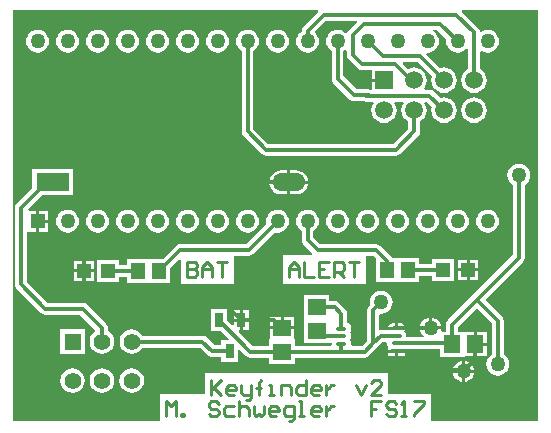
<source format=gtl>
%FSLAX25Y25*%
%MOIN*%
G70*
G01*
G75*
G04 Layer_Physical_Order=1*
G04 Layer_Color=255*
%ADD10R,0.04724X0.05512*%
%ADD11R,0.04724X0.04724*%
%ADD12O,0.03937X0.01181*%
%ADD13R,0.03937X0.01181*%
%ADD14R,0.05906X0.05512*%
%ADD15R,0.02992X0.04724*%
%ADD16R,0.05512X0.05906*%
%ADD17C,0.01300*%
%ADD18C,0.01000*%
%ADD19R,0.05906X0.05906*%
%ADD20C,0.05906*%
%ADD21R,0.11000X0.06000*%
%ADD22O,0.11000X0.06000*%
%ADD23R,0.05000X0.05000*%
%ADD24C,0.05000*%
%ADD25C,0.05512*%
%ADD26R,0.05512X0.05512*%
G36*
X113554Y125850D02*
Y124459D01*
X113705Y123698D01*
X114136Y123053D01*
X117236Y119953D01*
X117881Y119522D01*
X118642Y119370D01*
X122089D01*
Y116459D01*
X126042D01*
Y115459D01*
X122089D01*
Y112850D01*
X121433D01*
X120944Y112947D01*
X116865D01*
X112530Y117282D01*
Y125695D01*
X113054Y126096D01*
X113554Y125850D01*
D02*
G37*
G36*
X177409Y2362D02*
X141605D01*
Y11298D01*
X127448D01*
Y18298D01*
X66200D01*
Y11298D01*
X51200D01*
Y2362D01*
X2409D01*
Y139332D01*
X103896D01*
X104103Y138832D01*
X99136Y133865D01*
X98705Y133220D01*
X98554Y132459D01*
Y132223D01*
X97831Y131669D01*
X97222Y130875D01*
X96839Y129951D01*
X96709Y128959D01*
X96839Y127967D01*
X97222Y127042D01*
X97831Y126249D01*
X98625Y125639D01*
X99550Y125257D01*
X100542Y125126D01*
X101534Y125257D01*
X102458Y125639D01*
X103252Y126249D01*
X103861Y127042D01*
X104244Y127967D01*
X104375Y128959D01*
X104244Y129951D01*
X103861Y130875D01*
X103252Y131669D01*
X103163Y131737D01*
X103130Y132236D01*
X106738Y135843D01*
X116961D01*
X117153Y135381D01*
X114136Y132365D01*
X113769Y131816D01*
X113418Y131716D01*
X113194Y131713D01*
X112458Y132278D01*
X111534Y132661D01*
X110542Y132791D01*
X109550Y132661D01*
X108625Y132278D01*
X107832Y131669D01*
X107222Y130875D01*
X106840Y129951D01*
X106709Y128959D01*
X106840Y127967D01*
X107222Y127042D01*
X107832Y126249D01*
X108554Y125695D01*
Y116459D01*
X108705Y115698D01*
X109136Y115053D01*
X114636Y109553D01*
X115281Y109122D01*
X116042Y108970D01*
X119650D01*
X120139Y108873D01*
X122352D01*
X122573Y108425D01*
X122327Y108103D01*
X121898Y107069D01*
X121752Y105959D01*
X121898Y104849D01*
X122327Y103814D01*
X123009Y102926D01*
X123897Y102244D01*
X124932Y101815D01*
X126042Y101669D01*
X127152Y101815D01*
X128186Y102244D01*
X129075Y102926D01*
X129756Y103814D01*
X130185Y104849D01*
X130331Y105959D01*
X130185Y107069D01*
X129756Y108103D01*
X129510Y108425D01*
X129731Y108873D01*
X132352D01*
X132573Y108425D01*
X132327Y108103D01*
X131898Y107069D01*
X131752Y105959D01*
X131898Y104849D01*
X132327Y103814D01*
X133009Y102926D01*
X133897Y102244D01*
X134054Y102179D01*
Y99782D01*
X129091Y94820D01*
X87492D01*
X82530Y99782D01*
Y125695D01*
X83252Y126249D01*
X83861Y127042D01*
X84244Y127967D01*
X84374Y128959D01*
X84244Y129951D01*
X83861Y130875D01*
X83252Y131669D01*
X82458Y132278D01*
X81534Y132661D01*
X80542Y132791D01*
X79550Y132661D01*
X78625Y132278D01*
X77832Y131669D01*
X77222Y130875D01*
X76840Y129951D01*
X76709Y128959D01*
X76840Y127967D01*
X77222Y127042D01*
X77832Y126249D01*
X78553Y125695D01*
Y98959D01*
X78705Y98198D01*
X79136Y97553D01*
X85263Y91426D01*
X85908Y90995D01*
X86669Y90843D01*
X129915D01*
X130675Y90995D01*
X131320Y91426D01*
X137448Y97553D01*
X137879Y98198D01*
X138030Y98959D01*
Y102179D01*
X138186Y102244D01*
X139075Y102926D01*
X139756Y103814D01*
X140185Y104849D01*
X140331Y105959D01*
X140185Y107069D01*
X139756Y108103D01*
X139510Y108425D01*
X139731Y108873D01*
X140315D01*
X141963Y107225D01*
X141898Y107069D01*
X141752Y105959D01*
X141898Y104849D01*
X142327Y103814D01*
X143009Y102926D01*
X143897Y102244D01*
X144931Y101815D01*
X146042Y101669D01*
X147152Y101815D01*
X148186Y102244D01*
X149075Y102926D01*
X149756Y103814D01*
X150185Y104849D01*
X150331Y105959D01*
X150185Y107069D01*
X149756Y108103D01*
X149075Y108992D01*
X148186Y109674D01*
X147152Y110102D01*
X146042Y110248D01*
X144931Y110102D01*
X144775Y110037D01*
X142545Y112267D01*
X141900Y112698D01*
X141139Y112850D01*
X139647D01*
X139400Y113350D01*
X139756Y113814D01*
X140185Y114848D01*
X140331Y115959D01*
X140185Y117069D01*
X139756Y118103D01*
X139075Y118992D01*
X138186Y119674D01*
X137152Y120102D01*
X136042Y120248D01*
X134932Y120102D01*
X134073Y119746D01*
X132310Y121509D01*
X132502Y121970D01*
X137218D01*
X141963Y117225D01*
X141898Y117069D01*
X141752Y115959D01*
X141898Y114848D01*
X142327Y113814D01*
X143009Y112926D01*
X143897Y112244D01*
X144931Y111815D01*
X146042Y111669D01*
X147152Y111815D01*
X148186Y112244D01*
X149075Y112926D01*
X149756Y113814D01*
X150185Y114848D01*
X150331Y115959D01*
X150185Y117069D01*
X149756Y118103D01*
X149075Y118992D01*
X148186Y119674D01*
X147152Y120102D01*
X146042Y120248D01*
X144931Y120102D01*
X144775Y120037D01*
X140106Y124706D01*
X140328Y125154D01*
X140542Y125126D01*
X141534Y125257D01*
X142458Y125639D01*
X143252Y126249D01*
X143861Y127042D01*
X144244Y127967D01*
X144375Y128959D01*
X144244Y129951D01*
X143861Y130875D01*
X143252Y131669D01*
X142458Y132278D01*
X142300Y132343D01*
X142400Y132843D01*
X143845D01*
X146828Y129861D01*
X146709Y128959D01*
X146839Y127967D01*
X147222Y127042D01*
X147831Y126249D01*
X148625Y125639D01*
X149550Y125257D01*
X150542Y125126D01*
X151534Y125257D01*
X152458Y125639D01*
X153252Y126249D01*
X153553Y126642D01*
X154053Y126472D01*
Y119738D01*
X153897Y119674D01*
X153009Y118992D01*
X152327Y118103D01*
X151898Y117069D01*
X151752Y115959D01*
X151898Y114848D01*
X152327Y113814D01*
X153009Y112926D01*
X153897Y112244D01*
X154931Y111815D01*
X156042Y111669D01*
X157152Y111815D01*
X158186Y112244D01*
X159075Y112926D01*
X159756Y113814D01*
X160185Y114848D01*
X160331Y115959D01*
X160185Y117069D01*
X159756Y118103D01*
X159075Y118992D01*
X158186Y119674D01*
X158030Y119738D01*
Y125531D01*
X158478Y125752D01*
X158625Y125639D01*
X159550Y125257D01*
X160542Y125126D01*
X161534Y125257D01*
X162458Y125639D01*
X163252Y126249D01*
X163861Y127042D01*
X164244Y127967D01*
X164374Y128959D01*
X164244Y129951D01*
X163861Y130875D01*
X163252Y131669D01*
X162458Y132278D01*
X161534Y132661D01*
X160542Y132791D01*
X159550Y132661D01*
X158625Y132278D01*
X158496Y132179D01*
X157945Y132386D01*
X157878Y132720D01*
X157448Y133365D01*
X151980Y138832D01*
X152188Y139332D01*
X177409D01*
Y2362D01*
D02*
G37*
%LPC*%
G36*
X142042Y36923D02*
Y33959D01*
X145006D01*
X144952Y34372D01*
X144599Y35224D01*
X144038Y35955D01*
X143307Y36516D01*
X142455Y36869D01*
X142042Y36923D01*
D02*
G37*
G36*
X77979Y39333D02*
X75983D01*
Y36470D01*
X77979D01*
Y39333D01*
D02*
G37*
G36*
X80975D02*
X78979D01*
Y36470D01*
X80975D01*
Y39333D01*
D02*
G37*
G36*
X91542Y37152D02*
X88089D01*
Y33896D01*
X91542D01*
Y37152D01*
D02*
G37*
G36*
X131599Y34994D02*
X130721D01*
Y33872D01*
X133121D01*
X133097Y33993D01*
X132746Y34519D01*
X132219Y34870D01*
X131599Y34994D01*
D02*
G37*
G36*
X141042Y36923D02*
X140628Y36869D01*
X139777Y36516D01*
X139045Y35955D01*
X138484Y35224D01*
X138132Y34372D01*
X138077Y33959D01*
X141042D01*
Y36923D01*
D02*
G37*
G36*
X95994Y37152D02*
X92542D01*
Y33896D01*
X95994D01*
Y37152D01*
D02*
G37*
G36*
X157405Y52332D02*
X154543D01*
Y49469D01*
X157405D01*
Y52332D01*
D02*
G37*
G36*
X153543D02*
X150681D01*
Y49469D01*
X153543D01*
Y52332D01*
D02*
G37*
G36*
X29270Y55821D02*
X26408D01*
Y52959D01*
X29270D01*
Y55821D01*
D02*
G37*
G36*
X25408D02*
X22546D01*
Y52959D01*
X25408D01*
Y55821D01*
D02*
G37*
G36*
Y51959D02*
X22546D01*
Y49097D01*
X25408D01*
Y51959D01*
D02*
G37*
G36*
X170909Y88164D02*
X169917Y88034D01*
X168993Y87651D01*
X168199Y87042D01*
X167590Y86248D01*
X167207Y85324D01*
X167076Y84332D01*
X167207Y83340D01*
X167590Y82415D01*
X168199Y81621D01*
X168921Y81067D01*
Y57650D01*
X155509Y44238D01*
X147199Y35928D01*
X146768Y35282D01*
X146616Y34522D01*
Y32211D01*
X145292D01*
X144974Y32711D01*
X145006Y32959D01*
X138077D01*
X138132Y32545D01*
X138484Y31694D01*
X139045Y30962D01*
X139333Y30742D01*
X139163Y30242D01*
X133807D01*
X133490Y30629D01*
X133526Y30813D01*
X133380Y31551D01*
X132962Y32176D01*
X132790Y32291D01*
X133097Y32752D01*
X133121Y32872D01*
X126999D01*
X126941Y32801D01*
X124896D01*
X124786Y32779D01*
X124400Y33097D01*
Y37831D01*
X124776Y38161D01*
X125042Y38126D01*
X126034Y38256D01*
X126958Y38639D01*
X127752Y39248D01*
X128361Y40042D01*
X128744Y40967D01*
X128875Y41959D01*
X128744Y42951D01*
X128361Y43875D01*
X127752Y44669D01*
X126958Y45278D01*
X126034Y45661D01*
X125042Y45792D01*
X124050Y45661D01*
X123125Y45278D01*
X122332Y44669D01*
X121722Y43875D01*
X121339Y42951D01*
X121209Y41959D01*
X121328Y41056D01*
X121006Y40735D01*
X120575Y40090D01*
X120424Y39329D01*
Y29152D01*
X118805Y27534D01*
X115448D01*
X115131Y27920D01*
X115168Y28104D01*
X115021Y28842D01*
X114659Y29384D01*
X115021Y29926D01*
X115168Y30663D01*
X115021Y31401D01*
X114659Y31943D01*
X115021Y32485D01*
X115168Y33222D01*
X115021Y33960D01*
X114603Y34585D01*
X113978Y35003D01*
X113851Y35029D01*
Y38138D01*
X113699Y38899D01*
X113268Y39544D01*
X111011Y41802D01*
X110365Y42232D01*
X109605Y42384D01*
X107794D01*
Y44452D01*
X99289D01*
Y36340D01*
Y28466D01*
X107794D01*
Y28466D01*
X108001Y28665D01*
X108282Y28654D01*
X108590Y28270D01*
X108557Y28104D01*
X108594Y27920D01*
X108276Y27534D01*
X96648D01*
X96294Y27887D01*
Y29264D01*
X96294Y29384D01*
Y29578D01*
Y29578D01*
X95994Y29953D01*
Y30078D01*
Y32896D01*
X88089D01*
Y30078D01*
Y29953D01*
X87789Y29578D01*
Y29578D01*
Y29384D01*
X87789Y29264D01*
Y27510D01*
X82271D01*
X77634Y32146D01*
X77825Y32608D01*
X77979D01*
Y35471D01*
X75983D01*
Y34451D01*
X75521Y34260D01*
X73794Y35986D01*
Y39633D01*
X68202D01*
Y32308D01*
X71849D01*
X74299Y29858D01*
X74107Y29397D01*
X71746D01*
Y27722D01*
X69428D01*
X66887Y30264D01*
X66242Y30695D01*
X65481Y30846D01*
X45481D01*
X45457Y30903D01*
X44807Y31751D01*
X43960Y32401D01*
X42973Y32809D01*
X41915Y32949D01*
X40856Y32809D01*
X39869Y32401D01*
X39022Y31751D01*
X38372Y30903D01*
X37963Y29917D01*
X37824Y28858D01*
X37963Y27799D01*
X38372Y26812D01*
X39022Y25965D01*
X39869Y25315D01*
X40856Y24906D01*
X41915Y24767D01*
X42973Y24906D01*
X43960Y25315D01*
X44807Y25965D01*
X45457Y26812D01*
X45481Y26870D01*
X64657D01*
X67199Y24328D01*
X67844Y23897D01*
X68605Y23746D01*
X71746D01*
Y22072D01*
X77338D01*
Y26166D01*
X77800Y26357D01*
X80041Y24116D01*
X80686Y23685D01*
X81447Y23534D01*
X87789D01*
Y21466D01*
X96294D01*
Y23557D01*
X119628D01*
X120389Y23708D01*
X121034Y24139D01*
X123818Y26923D01*
X125720Y28825D01*
X126635D01*
X126952Y28438D01*
X126915Y28254D01*
X127062Y27516D01*
X127252Y27231D01*
Y26195D01*
X133189D01*
Y26266D01*
X144549D01*
Y23706D01*
X152347D01*
X152467Y23706D01*
X152661D01*
X152661D01*
X153036Y24006D01*
X153161D01*
X155979D01*
Y27959D01*
Y31911D01*
X153161D01*
X153036D01*
X152661Y32212D01*
X152661D01*
X152467D01*
X152347Y32211D01*
X150593D01*
Y33698D01*
X156915Y40020D01*
X161921Y35014D01*
Y24596D01*
X161199Y24042D01*
X160590Y23248D01*
X160207Y22324D01*
X160076Y21332D01*
X160207Y20340D01*
X160590Y19415D01*
X161199Y18621D01*
X161993Y18012D01*
X162917Y17629D01*
X163909Y17499D01*
X164901Y17629D01*
X165825Y18012D01*
X166619Y18621D01*
X167228Y19415D01*
X167611Y20340D01*
X167742Y21332D01*
X167611Y22324D01*
X167228Y23248D01*
X166619Y24042D01*
X165897Y24596D01*
Y35837D01*
X165746Y36598D01*
X165315Y37243D01*
X159726Y42832D01*
X172315Y55420D01*
X172746Y56065D01*
X172897Y56826D01*
Y81067D01*
X173619Y81621D01*
X174228Y82415D01*
X174611Y83340D01*
X174742Y84332D01*
X174611Y85324D01*
X174228Y86248D01*
X173619Y87042D01*
X172825Y87651D01*
X171901Y88034D01*
X170909Y88164D01*
D02*
G37*
G36*
X100542Y72791D02*
X99550Y72661D01*
X98625Y72278D01*
X97831Y71669D01*
X97222Y70875D01*
X96839Y69951D01*
X96709Y68959D01*
X96839Y67967D01*
X97222Y67042D01*
X97831Y66249D01*
X98554Y65694D01*
Y62699D01*
X98705Y61938D01*
X99136Y61293D01*
X102130Y58298D01*
X101923Y57798D01*
X92200D01*
Y48200D01*
X120126D01*
Y57343D01*
X122585D01*
X123203Y56725D01*
Y48776D01*
X137615D01*
Y50843D01*
X142113D01*
Y49169D01*
X149437D01*
Y56494D01*
X142113D01*
Y54820D01*
X137615D01*
Y56888D01*
X128534D01*
X128271Y57281D01*
X124815Y60738D01*
X124170Y61168D01*
X123409Y61320D01*
X104733D01*
X102530Y63522D01*
Y65694D01*
X103252Y66249D01*
X103861Y67042D01*
X104244Y67967D01*
X104375Y68959D01*
X104244Y69951D01*
X103861Y70875D01*
X103252Y71669D01*
X102458Y72278D01*
X101534Y72661D01*
X100542Y72791D01*
D02*
G37*
G36*
X29270Y51959D02*
X26408D01*
Y49097D01*
X29270D01*
Y51959D01*
D02*
G37*
G36*
X156006Y18459D02*
X153042D01*
Y15494D01*
X153455Y15549D01*
X154307Y15901D01*
X155038Y16463D01*
X155599Y17194D01*
X155952Y18045D01*
X156006Y18459D01*
D02*
G37*
G36*
X152042Y22423D02*
X151628Y22369D01*
X150777Y22016D01*
X150045Y21455D01*
X149484Y20724D01*
X149132Y19872D01*
X149077Y19459D01*
X152042D01*
Y22423D01*
D02*
G37*
G36*
X153042D02*
Y19459D01*
X156006D01*
X155952Y19872D01*
X155599Y20724D01*
X155038Y21455D01*
X154307Y22016D01*
X153455Y22369D01*
X153042Y22423D01*
D02*
G37*
G36*
X152042Y18459D02*
X149077D01*
X149132Y18045D01*
X149484Y17194D01*
X150045Y16463D01*
X150777Y15901D01*
X151628Y15549D01*
X152042Y15494D01*
Y18459D01*
D02*
G37*
G36*
X22229Y19957D02*
X21171Y19817D01*
X20184Y19409D01*
X19337Y18759D01*
X18687Y17911D01*
X18278Y16925D01*
X18138Y15866D01*
X18278Y14807D01*
X18687Y13821D01*
X19337Y12973D01*
X20184Y12323D01*
X21171Y11914D01*
X22229Y11775D01*
X23288Y11914D01*
X24275Y12323D01*
X25122Y12973D01*
X25772Y13821D01*
X26181Y14807D01*
X26320Y15866D01*
X26181Y16925D01*
X25772Y17911D01*
X25122Y18759D01*
X24275Y19409D01*
X23288Y19817D01*
X22229Y19957D01*
D02*
G37*
G36*
X32072D02*
X31013Y19817D01*
X30027Y19409D01*
X29179Y18759D01*
X28529Y17911D01*
X28120Y16925D01*
X27981Y15866D01*
X28120Y14807D01*
X28529Y13821D01*
X29179Y12973D01*
X30027Y12323D01*
X31013Y11914D01*
X32072Y11775D01*
X33131Y11914D01*
X34117Y12323D01*
X34965Y12973D01*
X35615Y13821D01*
X36024Y14807D01*
X36163Y15866D01*
X36024Y16925D01*
X35615Y17911D01*
X34965Y18759D01*
X34117Y19409D01*
X33131Y19817D01*
X32072Y19957D01*
D02*
G37*
G36*
X41915D02*
X40856Y19817D01*
X39869Y19409D01*
X39022Y18759D01*
X38372Y17911D01*
X37963Y16925D01*
X37824Y15866D01*
X37963Y14807D01*
X38372Y13821D01*
X39022Y12973D01*
X39869Y12323D01*
X40856Y11914D01*
X41915Y11775D01*
X42973Y11914D01*
X43960Y12323D01*
X44807Y12973D01*
X45457Y13821D01*
X45866Y14807D01*
X46005Y15866D01*
X45866Y16925D01*
X45457Y17911D01*
X44807Y18759D01*
X43960Y19409D01*
X42973Y19817D01*
X41915Y19957D01*
D02*
G37*
G36*
X160235Y27459D02*
X156979D01*
Y24006D01*
X160235D01*
Y27459D01*
D02*
G37*
G36*
X156979Y31911D02*
Y28459D01*
X160235D01*
Y31911D01*
X156979D01*
D02*
G37*
G36*
X80975Y35471D02*
X78979D01*
Y32608D01*
X80975D01*
Y35471D01*
D02*
G37*
G36*
X129721Y34994D02*
X128843D01*
X128222Y34870D01*
X127696Y34519D01*
X127345Y33993D01*
X127321Y33872D01*
X129721D01*
Y34994D01*
D02*
G37*
G36*
X26285Y32914D02*
X18173D01*
Y24802D01*
X26285D01*
Y32914D01*
D02*
G37*
G36*
X129721Y25195D02*
X127252D01*
Y24104D01*
X129721D01*
Y25195D01*
D02*
G37*
G36*
X133189D02*
X130721D01*
Y24104D01*
X133189D01*
Y25195D01*
D02*
G37*
G36*
X22342Y86259D02*
X8742D01*
Y79976D01*
X3503Y74738D01*
X3072Y74092D01*
X2921Y73332D01*
Y48025D01*
X3072Y47264D01*
X3503Y46619D01*
X11666Y38456D01*
X12311Y38025D01*
X13072Y37874D01*
X24748D01*
X29797Y32825D01*
X29803Y32815D01*
X29740Y32181D01*
X29179Y31751D01*
X28529Y30903D01*
X28120Y29917D01*
X27981Y28858D01*
X28120Y27799D01*
X28529Y26812D01*
X29179Y25965D01*
X30027Y25315D01*
X31013Y24906D01*
X32072Y24767D01*
X33131Y24906D01*
X34117Y25315D01*
X34965Y25965D01*
X35615Y26812D01*
X36024Y27799D01*
X36163Y28858D01*
X36024Y29917D01*
X35615Y30903D01*
X34965Y31751D01*
X34117Y32401D01*
X34060Y32425D01*
Y33362D01*
X33909Y34123D01*
X33478Y34768D01*
X26978Y41268D01*
X26333Y41699D01*
X25572Y41850D01*
X13895D01*
X6897Y48849D01*
Y65018D01*
X7042Y65459D01*
X7397Y65459D01*
X10042D01*
Y68959D01*
Y72459D01*
X7555D01*
X7348Y72959D01*
X12048Y77659D01*
X22342D01*
Y86259D01*
D02*
G37*
G36*
X153543Y56194D02*
X150681D01*
Y53332D01*
X153543D01*
Y56194D01*
D02*
G37*
G36*
X93782Y85993D02*
X91782D01*
X90738Y85856D01*
X89765Y85453D01*
X88929Y84812D01*
X88288Y83976D01*
X87885Y83003D01*
X87813Y82459D01*
X93782D01*
Y85993D01*
D02*
G37*
G36*
X96782D02*
X94782D01*
Y82459D01*
X100751D01*
X100679Y83003D01*
X100276Y83976D01*
X99635Y84812D01*
X98799Y85453D01*
X97826Y85856D01*
X96782Y85993D01*
D02*
G37*
G36*
X156042Y110248D02*
X154931Y110102D01*
X153897Y109674D01*
X153009Y108992D01*
X152327Y108103D01*
X151898Y107069D01*
X151752Y105959D01*
X151898Y104849D01*
X152327Y103814D01*
X153009Y102926D01*
X153897Y102244D01*
X154931Y101815D01*
X156042Y101669D01*
X157152Y101815D01*
X158186Y102244D01*
X159075Y102926D01*
X159756Y103814D01*
X160185Y104849D01*
X160331Y105959D01*
X160185Y107069D01*
X159756Y108103D01*
X159075Y108992D01*
X158186Y109674D01*
X157152Y110102D01*
X156042Y110248D01*
D02*
G37*
G36*
X100751Y81459D02*
X94782D01*
Y77924D01*
X96782D01*
X97826Y78062D01*
X98799Y78465D01*
X99635Y79106D01*
X100276Y79941D01*
X100679Y80914D01*
X100751Y81459D01*
D02*
G37*
G36*
X14042Y68459D02*
X11042D01*
Y65459D01*
X14042D01*
Y68459D01*
D02*
G37*
G36*
Y72459D02*
X11042D01*
Y69459D01*
X14042D01*
Y72459D01*
D02*
G37*
G36*
X93782Y81459D02*
X87813D01*
X87885Y80914D01*
X88288Y79941D01*
X88929Y79106D01*
X89765Y78465D01*
X90738Y78062D01*
X91782Y77924D01*
X93782D01*
Y81459D01*
D02*
G37*
G36*
X10542Y132791D02*
X9550Y132661D01*
X8625Y132278D01*
X7831Y131669D01*
X7222Y130875D01*
X6840Y129951D01*
X6709Y128959D01*
X6840Y127967D01*
X7222Y127042D01*
X7831Y126249D01*
X8625Y125639D01*
X9550Y125257D01*
X10542Y125126D01*
X11534Y125257D01*
X12458Y125639D01*
X13252Y126249D01*
X13861Y127042D01*
X14244Y127967D01*
X14374Y128959D01*
X14244Y129951D01*
X13861Y130875D01*
X13252Y131669D01*
X12458Y132278D01*
X11534Y132661D01*
X10542Y132791D01*
D02*
G37*
G36*
X60542D02*
X59550Y132661D01*
X58625Y132278D01*
X57832Y131669D01*
X57222Y130875D01*
X56840Y129951D01*
X56709Y128959D01*
X56840Y127967D01*
X57222Y127042D01*
X57832Y126249D01*
X58625Y125639D01*
X59550Y125257D01*
X60542Y125126D01*
X61534Y125257D01*
X62458Y125639D01*
X63252Y126249D01*
X63861Y127042D01*
X64244Y127967D01*
X64375Y128959D01*
X64244Y129951D01*
X63861Y130875D01*
X63252Y131669D01*
X62458Y132278D01*
X61534Y132661D01*
X60542Y132791D01*
D02*
G37*
G36*
X70542D02*
X69550Y132661D01*
X68625Y132278D01*
X67831Y131669D01*
X67222Y130875D01*
X66839Y129951D01*
X66709Y128959D01*
X66839Y127967D01*
X67222Y127042D01*
X67831Y126249D01*
X68625Y125639D01*
X69550Y125257D01*
X70542Y125126D01*
X71534Y125257D01*
X72458Y125639D01*
X73252Y126249D01*
X73861Y127042D01*
X74244Y127967D01*
X74375Y128959D01*
X74244Y129951D01*
X73861Y130875D01*
X73252Y131669D01*
X72458Y132278D01*
X71534Y132661D01*
X70542Y132791D01*
D02*
G37*
G36*
X90542D02*
X89550Y132661D01*
X88625Y132278D01*
X87831Y131669D01*
X87222Y130875D01*
X86839Y129951D01*
X86709Y128959D01*
X86839Y127967D01*
X87222Y127042D01*
X87831Y126249D01*
X88625Y125639D01*
X89550Y125257D01*
X90542Y125126D01*
X91534Y125257D01*
X92458Y125639D01*
X93252Y126249D01*
X93861Y127042D01*
X94244Y127967D01*
X94375Y128959D01*
X94244Y129951D01*
X93861Y130875D01*
X93252Y131669D01*
X92458Y132278D01*
X91534Y132661D01*
X90542Y132791D01*
D02*
G37*
G36*
X50542D02*
X49550Y132661D01*
X48625Y132278D01*
X47831Y131669D01*
X47222Y130875D01*
X46839Y129951D01*
X46709Y128959D01*
X46839Y127967D01*
X47222Y127042D01*
X47831Y126249D01*
X48625Y125639D01*
X49550Y125257D01*
X50542Y125126D01*
X51534Y125257D01*
X52458Y125639D01*
X53252Y126249D01*
X53861Y127042D01*
X54244Y127967D01*
X54374Y128959D01*
X54244Y129951D01*
X53861Y130875D01*
X53252Y131669D01*
X52458Y132278D01*
X51534Y132661D01*
X50542Y132791D01*
D02*
G37*
G36*
X20542D02*
X19550Y132661D01*
X18625Y132278D01*
X17831Y131669D01*
X17222Y130875D01*
X16839Y129951D01*
X16709Y128959D01*
X16839Y127967D01*
X17222Y127042D01*
X17831Y126249D01*
X18625Y125639D01*
X19550Y125257D01*
X20542Y125126D01*
X21534Y125257D01*
X22458Y125639D01*
X23252Y126249D01*
X23861Y127042D01*
X24244Y127967D01*
X24374Y128959D01*
X24244Y129951D01*
X23861Y130875D01*
X23252Y131669D01*
X22458Y132278D01*
X21534Y132661D01*
X20542Y132791D01*
D02*
G37*
G36*
X30542D02*
X29550Y132661D01*
X28625Y132278D01*
X27832Y131669D01*
X27222Y130875D01*
X26840Y129951D01*
X26709Y128959D01*
X26840Y127967D01*
X27222Y127042D01*
X27832Y126249D01*
X28625Y125639D01*
X29550Y125257D01*
X30542Y125126D01*
X31534Y125257D01*
X32458Y125639D01*
X33252Y126249D01*
X33861Y127042D01*
X34244Y127967D01*
X34374Y128959D01*
X34244Y129951D01*
X33861Y130875D01*
X33252Y131669D01*
X32458Y132278D01*
X31534Y132661D01*
X30542Y132791D01*
D02*
G37*
G36*
X40542D02*
X39550Y132661D01*
X38625Y132278D01*
X37832Y131669D01*
X37222Y130875D01*
X36840Y129951D01*
X36709Y128959D01*
X36840Y127967D01*
X37222Y127042D01*
X37832Y126249D01*
X38625Y125639D01*
X39550Y125257D01*
X40542Y125126D01*
X41534Y125257D01*
X42458Y125639D01*
X43252Y126249D01*
X43861Y127042D01*
X44244Y127967D01*
X44374Y128959D01*
X44244Y129951D01*
X43861Y130875D01*
X43252Y131669D01*
X42458Y132278D01*
X41534Y132661D01*
X40542Y132791D01*
D02*
G37*
G36*
X50542Y72791D02*
X49550Y72661D01*
X48625Y72278D01*
X47831Y71669D01*
X47222Y70875D01*
X46839Y69951D01*
X46709Y68959D01*
X46839Y67967D01*
X47222Y67042D01*
X47831Y66249D01*
X48625Y65639D01*
X49550Y65257D01*
X50542Y65126D01*
X51534Y65257D01*
X52458Y65639D01*
X53252Y66249D01*
X53861Y67042D01*
X54244Y67967D01*
X54374Y68959D01*
X54244Y69951D01*
X53861Y70875D01*
X53252Y71669D01*
X52458Y72278D01*
X51534Y72661D01*
X50542Y72791D01*
D02*
G37*
G36*
X60542D02*
X59550Y72661D01*
X58625Y72278D01*
X57832Y71669D01*
X57222Y70875D01*
X56840Y69951D01*
X56709Y68959D01*
X56840Y67967D01*
X57222Y67042D01*
X57832Y66249D01*
X58625Y65639D01*
X59550Y65257D01*
X60542Y65126D01*
X61534Y65257D01*
X62458Y65639D01*
X63252Y66249D01*
X63861Y67042D01*
X64244Y67967D01*
X64375Y68959D01*
X64244Y69951D01*
X63861Y70875D01*
X63252Y71669D01*
X62458Y72278D01*
X61534Y72661D01*
X60542Y72791D01*
D02*
G37*
G36*
X70542D02*
X69550Y72661D01*
X68625Y72278D01*
X67831Y71669D01*
X67222Y70875D01*
X66839Y69951D01*
X66709Y68959D01*
X66839Y67967D01*
X67222Y67042D01*
X67831Y66249D01*
X68625Y65639D01*
X69550Y65257D01*
X70542Y65126D01*
X71534Y65257D01*
X72458Y65639D01*
X73252Y66249D01*
X73861Y67042D01*
X74244Y67967D01*
X74375Y68959D01*
X74244Y69951D01*
X73861Y70875D01*
X73252Y71669D01*
X72458Y72278D01*
X71534Y72661D01*
X70542Y72791D01*
D02*
G37*
G36*
X40542D02*
X39550Y72661D01*
X38625Y72278D01*
X37832Y71669D01*
X37222Y70875D01*
X36840Y69951D01*
X36709Y68959D01*
X36840Y67967D01*
X37222Y67042D01*
X37832Y66249D01*
X38625Y65639D01*
X39550Y65257D01*
X40542Y65126D01*
X41534Y65257D01*
X42458Y65639D01*
X43252Y66249D01*
X43861Y67042D01*
X44244Y67967D01*
X44374Y68959D01*
X44244Y69951D01*
X43861Y70875D01*
X43252Y71669D01*
X42458Y72278D01*
X41534Y72661D01*
X40542Y72791D01*
D02*
G37*
G36*
X157405Y56194D02*
X154543D01*
Y53332D01*
X157405D01*
Y56194D01*
D02*
G37*
G36*
X20542Y72791D02*
X19550Y72661D01*
X18625Y72278D01*
X17831Y71669D01*
X17222Y70875D01*
X16839Y69951D01*
X16709Y68959D01*
X16839Y67967D01*
X17222Y67042D01*
X17831Y66249D01*
X18625Y65639D01*
X19550Y65257D01*
X20542Y65126D01*
X21534Y65257D01*
X22458Y65639D01*
X23252Y66249D01*
X23861Y67042D01*
X24244Y67967D01*
X24374Y68959D01*
X24244Y69951D01*
X23861Y70875D01*
X23252Y71669D01*
X22458Y72278D01*
X21534Y72661D01*
X20542Y72791D01*
D02*
G37*
G36*
X30542D02*
X29550Y72661D01*
X28625Y72278D01*
X27832Y71669D01*
X27222Y70875D01*
X26840Y69951D01*
X26709Y68959D01*
X26840Y67967D01*
X27222Y67042D01*
X27832Y66249D01*
X28625Y65639D01*
X29550Y65257D01*
X30542Y65126D01*
X31534Y65257D01*
X32458Y65639D01*
X33252Y66249D01*
X33861Y67042D01*
X34244Y67967D01*
X34374Y68959D01*
X34244Y69951D01*
X33861Y70875D01*
X33252Y71669D01*
X32458Y72278D01*
X31534Y72661D01*
X30542Y72791D01*
D02*
G37*
G36*
X80542D02*
X79550Y72661D01*
X78625Y72278D01*
X77832Y71669D01*
X77222Y70875D01*
X76840Y69951D01*
X76709Y68959D01*
X76840Y67967D01*
X77222Y67042D01*
X77832Y66249D01*
X78625Y65639D01*
X79550Y65257D01*
X80542Y65126D01*
X81534Y65257D01*
X82458Y65639D01*
X83252Y66249D01*
X83861Y67042D01*
X84244Y67967D01*
X84374Y68959D01*
X84244Y69951D01*
X83861Y70875D01*
X83252Y71669D01*
X82458Y72278D01*
X81534Y72661D01*
X80542Y72791D01*
D02*
G37*
G36*
X140542D02*
X139550Y72661D01*
X138625Y72278D01*
X137831Y71669D01*
X137222Y70875D01*
X136839Y69951D01*
X136709Y68959D01*
X136839Y67967D01*
X137222Y67042D01*
X137831Y66249D01*
X138625Y65639D01*
X139550Y65257D01*
X140542Y65126D01*
X141534Y65257D01*
X142458Y65639D01*
X143252Y66249D01*
X143861Y67042D01*
X144244Y67967D01*
X144375Y68959D01*
X144244Y69951D01*
X143861Y70875D01*
X143252Y71669D01*
X142458Y72278D01*
X141534Y72661D01*
X140542Y72791D01*
D02*
G37*
G36*
X150542D02*
X149550Y72661D01*
X148625Y72278D01*
X147831Y71669D01*
X147222Y70875D01*
X146839Y69951D01*
X146709Y68959D01*
X146839Y67967D01*
X147222Y67042D01*
X147831Y66249D01*
X148625Y65639D01*
X149550Y65257D01*
X150542Y65126D01*
X151534Y65257D01*
X152458Y65639D01*
X153252Y66249D01*
X153861Y67042D01*
X154244Y67967D01*
X154375Y68959D01*
X154244Y69951D01*
X153861Y70875D01*
X153252Y71669D01*
X152458Y72278D01*
X151534Y72661D01*
X150542Y72791D01*
D02*
G37*
G36*
X160542D02*
X159550Y72661D01*
X158625Y72278D01*
X157832Y71669D01*
X157222Y70875D01*
X156840Y69951D01*
X156709Y68959D01*
X156840Y67967D01*
X157222Y67042D01*
X157832Y66249D01*
X158625Y65639D01*
X159550Y65257D01*
X160542Y65126D01*
X161534Y65257D01*
X162458Y65639D01*
X163252Y66249D01*
X163861Y67042D01*
X164244Y67967D01*
X164374Y68959D01*
X164244Y69951D01*
X163861Y70875D01*
X163252Y71669D01*
X162458Y72278D01*
X161534Y72661D01*
X160542Y72791D01*
D02*
G37*
G36*
X130542D02*
X129550Y72661D01*
X128625Y72278D01*
X127831Y71669D01*
X127222Y70875D01*
X126839Y69951D01*
X126709Y68959D01*
X126839Y67967D01*
X127222Y67042D01*
X127831Y66249D01*
X128625Y65639D01*
X129550Y65257D01*
X130542Y65126D01*
X131534Y65257D01*
X132458Y65639D01*
X133252Y66249D01*
X133861Y67042D01*
X134244Y67967D01*
X134374Y68959D01*
X134244Y69951D01*
X133861Y70875D01*
X133252Y71669D01*
X132458Y72278D01*
X131534Y72661D01*
X130542Y72791D01*
D02*
G37*
G36*
X90542D02*
X89550Y72661D01*
X88625Y72278D01*
X87831Y71669D01*
X87222Y70875D01*
X86839Y69951D01*
X86709Y68959D01*
X86828Y68056D01*
X80218Y61447D01*
X58085D01*
X57324Y61296D01*
X56679Y60865D01*
X52329Y56515D01*
X40336D01*
Y54447D01*
X37838D01*
Y56121D01*
X30513D01*
Y48796D01*
X37838D01*
Y50471D01*
X40336D01*
Y48403D01*
X54747D01*
Y53309D01*
X57738Y56300D01*
X58200Y56109D01*
Y48200D01*
X76129D01*
Y57471D01*
X81042D01*
X81802Y57622D01*
X82447Y58053D01*
X89639Y65245D01*
X90542Y65126D01*
X91534Y65257D01*
X92458Y65639D01*
X93252Y66249D01*
X93861Y67042D01*
X94244Y67967D01*
X94375Y68959D01*
X94244Y69951D01*
X93861Y70875D01*
X93252Y71669D01*
X92458Y72278D01*
X91534Y72661D01*
X90542Y72791D01*
D02*
G37*
G36*
X110542D02*
X109550Y72661D01*
X108625Y72278D01*
X107832Y71669D01*
X107222Y70875D01*
X106840Y69951D01*
X106709Y68959D01*
X106840Y67967D01*
X107222Y67042D01*
X107832Y66249D01*
X108625Y65639D01*
X109550Y65257D01*
X110542Y65126D01*
X111534Y65257D01*
X112458Y65639D01*
X113252Y66249D01*
X113861Y67042D01*
X114244Y67967D01*
X114374Y68959D01*
X114244Y69951D01*
X113861Y70875D01*
X113252Y71669D01*
X112458Y72278D01*
X111534Y72661D01*
X110542Y72791D01*
D02*
G37*
G36*
X120542D02*
X119550Y72661D01*
X118625Y72278D01*
X117832Y71669D01*
X117222Y70875D01*
X116840Y69951D01*
X116709Y68959D01*
X116840Y67967D01*
X117222Y67042D01*
X117832Y66249D01*
X118625Y65639D01*
X119550Y65257D01*
X120542Y65126D01*
X121534Y65257D01*
X122458Y65639D01*
X123252Y66249D01*
X123861Y67042D01*
X124244Y67967D01*
X124374Y68959D01*
X124244Y69951D01*
X123861Y70875D01*
X123252Y71669D01*
X122458Y72278D01*
X121534Y72661D01*
X120542Y72791D01*
D02*
G37*
%LPD*%
D10*
X51085Y52459D02*
D03*
X43998D02*
D03*
X126866Y52832D02*
D03*
X133952D02*
D03*
D11*
X34176Y52459D02*
D03*
X25908D02*
D03*
X145775Y52832D02*
D03*
X154043D02*
D03*
D12*
X111863Y25545D02*
D03*
Y28104D02*
D03*
Y30663D02*
D03*
Y33222D02*
D03*
X130221Y33372D02*
D03*
Y30813D02*
D03*
Y28254D02*
D03*
D13*
Y25695D02*
D03*
D14*
X103542Y32522D02*
D03*
Y40396D02*
D03*
X92042Y25522D02*
D03*
Y33396D02*
D03*
D15*
X78479Y35971D02*
D03*
X70998D02*
D03*
X74542Y25734D02*
D03*
D16*
X148605Y27959D02*
D03*
X156479D02*
D03*
D17*
X29459Y45041D02*
X69408D01*
X37209Y24725D02*
Y44405D01*
X65481Y28858D02*
X68605Y25734D01*
X41915Y28858D02*
X65481D01*
X32072D02*
Y33362D01*
X25572Y39862D02*
X32072Y33362D01*
X13072Y39862D02*
X25572D01*
X4909Y48025D02*
X13072Y39862D01*
X4909Y48025D02*
Y73332D01*
X54677Y19257D02*
X141244D01*
X37209Y24725D02*
X40572Y21362D01*
X52572D01*
X54677Y19257D01*
X129915Y92832D02*
X136042Y98959D01*
X86669Y92832D02*
X129915D01*
X170909Y56826D02*
Y84332D01*
X156915Y42832D02*
X170909Y56826D01*
X80542Y98959D02*
X86669Y92832D01*
X163909Y21332D02*
Y35837D01*
X148605Y34522D02*
X156915Y42832D01*
X163909Y35837D01*
X152542Y18959D02*
X156479Y22896D01*
X118642Y121359D02*
X129648D01*
X115542Y124459D02*
X118642Y121359D01*
X115542Y124459D02*
Y130959D01*
X129648Y121359D02*
X135048Y115959D01*
X136042D01*
X120542Y128959D02*
X125542Y123959D01*
X138042D01*
X146042Y115959D01*
X100542Y128959D02*
Y132459D01*
X156042Y115959D02*
Y131959D01*
X141139Y110861D02*
X146042Y105959D01*
X120139Y110861D02*
X141139D01*
X146042Y105959D02*
Y105961D01*
X116042Y110959D02*
X120944D01*
X110542Y116459D02*
X116042Y110959D01*
X110542Y116459D02*
Y128959D01*
X80542Y98959D02*
Y128959D01*
X136042Y98959D02*
Y105959D01*
X134806Y25695D02*
X141244Y19257D01*
X152244D01*
X130221Y25695D02*
X134806D01*
X130221Y33372D02*
X141955D01*
X156479Y22896D02*
Y27959D01*
X141955Y33372D02*
X142042Y33459D01*
X130221Y28254D02*
X148310D01*
X25908Y48592D02*
Y52459D01*
Y48592D02*
X29459Y45041D01*
X25908Y52459D02*
Y54459D01*
X34176Y52459D02*
X43998D01*
X25908Y54459D02*
X26092Y54275D01*
Y70802D01*
X37248Y81959D01*
X94282D01*
X111863Y25545D02*
X119628D01*
X111863D02*
Y28104D01*
X103542Y40396D02*
X109605D01*
X111863Y38138D01*
Y33222D02*
Y38138D01*
X103542Y32522D02*
X105400Y30663D01*
X111863D01*
X92065Y25545D02*
X111863D01*
X89467Y35971D02*
X92042Y33396D01*
X78479Y35971D02*
X89467D01*
X69408Y45041D02*
X78479Y35971D01*
X68605Y25734D02*
X74542D01*
X70998Y35971D02*
X81447Y25522D01*
X92042D01*
X51085Y52459D02*
X58085Y59459D01*
X81042D01*
X90542Y68959D01*
X148605Y27959D02*
Y34522D01*
X100542Y132459D02*
X105915Y137832D01*
X150169D01*
X156042Y131959D01*
X115542Y130959D02*
X119415Y134832D01*
X144669D01*
X150542Y128959D01*
X122412Y39329D02*
X125042Y41959D01*
X124896Y30813D02*
X130221D01*
X122412Y28329D02*
Y39329D01*
X119628Y25545D02*
X122412Y28329D01*
X124896Y30813D01*
X100542Y62699D02*
Y68959D01*
Y62699D02*
X103909Y59332D01*
X123409D01*
X126866Y55875D01*
Y52832D02*
Y55875D01*
X133952Y52832D02*
X145775D01*
X4909Y73332D02*
X13536Y81959D01*
X15542D01*
D18*
X68500Y15998D02*
Y11000D01*
Y12666D01*
X71832Y15998D01*
X69333Y13499D01*
X71832Y11000D01*
X75998D02*
X74331D01*
X73498Y11833D01*
Y13499D01*
X74331Y14332D01*
X75998D01*
X76831Y13499D01*
Y12666D01*
X73498D01*
X78497Y14332D02*
Y11833D01*
X79330Y11000D01*
X81829D01*
Y10167D01*
X80996Y9334D01*
X80163D01*
X81829Y11000D02*
Y14332D01*
X84328Y11000D02*
Y15165D01*
Y13499D01*
X83495D01*
X85161D01*
X84328D01*
Y15165D01*
X85161Y15998D01*
X87660Y11000D02*
X89327D01*
X88494D01*
Y14332D01*
X87660D01*
X91826Y11000D02*
Y14332D01*
X94325D01*
X95158Y13499D01*
Y11000D01*
X100156Y15998D02*
Y11000D01*
X97657D01*
X96824Y11833D01*
Y13499D01*
X97657Y14332D01*
X100156D01*
X104322Y11000D02*
X102656D01*
X101822Y11833D01*
Y13499D01*
X102656Y14332D01*
X104322D01*
X105155Y13499D01*
Y12666D01*
X101822D01*
X106821Y14332D02*
Y11000D01*
Y12666D01*
X107654Y13499D01*
X108487Y14332D01*
X109320D01*
X116818D02*
X118484Y11000D01*
X120150Y14332D01*
X125148Y11000D02*
X121816D01*
X125148Y14332D01*
Y15165D01*
X124315Y15998D01*
X122649D01*
X121816Y15165D01*
X60500Y55498D02*
Y50500D01*
X62999D01*
X63832Y51333D01*
Y52166D01*
X62999Y52999D01*
X60500D01*
X62999D01*
X63832Y53832D01*
Y54665D01*
X62999Y55498D01*
X60500D01*
X65498Y50500D02*
Y53832D01*
X67164Y55498D01*
X68831Y53832D01*
Y50500D01*
Y52999D01*
X65498D01*
X70497Y55498D02*
X73829D01*
X72163D01*
Y50500D01*
X94500D02*
Y53832D01*
X96166Y55498D01*
X97832Y53832D01*
Y50500D01*
Y52999D01*
X94500D01*
X99498Y55498D02*
Y50500D01*
X102831D01*
X107829Y55498D02*
X104497D01*
Y50500D01*
X107829D01*
X104497Y52999D02*
X106163D01*
X109495Y50500D02*
Y55498D01*
X111994D01*
X112827Y54665D01*
Y52999D01*
X111994Y52166D01*
X109495D01*
X111161D02*
X112827Y50500D01*
X114494Y55498D02*
X117826D01*
X116160D01*
Y50500D01*
X53500Y4000D02*
Y8998D01*
X55166Y7332D01*
X56832Y8998D01*
Y4000D01*
X58498D02*
Y4833D01*
X59331D01*
Y4000D01*
X58498D01*
X70994Y8165D02*
X70161Y8998D01*
X68495D01*
X67662Y8165D01*
Y7332D01*
X68495Y6499D01*
X70161D01*
X70994Y5666D01*
Y4833D01*
X70161Y4000D01*
X68495D01*
X67662Y4833D01*
X75993Y7332D02*
X73493D01*
X72660Y6499D01*
Y4833D01*
X73493Y4000D01*
X75993D01*
X77659Y8998D02*
Y4000D01*
Y6499D01*
X78492Y7332D01*
X80158D01*
X80991Y6499D01*
Y4000D01*
X82657Y7332D02*
Y4833D01*
X83490Y4000D01*
X84323Y4833D01*
X85156Y4000D01*
X85989Y4833D01*
Y7332D01*
X90155Y4000D02*
X88489D01*
X87656Y4833D01*
Y6499D01*
X88489Y7332D01*
X90155D01*
X90988Y6499D01*
Y5666D01*
X87656D01*
X94320Y2334D02*
X95153D01*
X95986Y3167D01*
Y7332D01*
X93487D01*
X92654Y6499D01*
Y4833D01*
X93487Y4000D01*
X95986D01*
X97652D02*
X99318D01*
X98485D01*
Y8998D01*
X97652D01*
X104317Y4000D02*
X102651D01*
X101818Y4833D01*
Y6499D01*
X102651Y7332D01*
X104317D01*
X105150Y6499D01*
Y5666D01*
X101818D01*
X106816Y7332D02*
Y4000D01*
Y5666D01*
X107649Y6499D01*
X108482Y7332D01*
X109315D01*
X125144Y8998D02*
X121811D01*
Y6499D01*
X123477D01*
X121811D01*
Y4000D01*
X130142Y8165D02*
X129309Y8998D01*
X127643D01*
X126810Y8165D01*
Y7332D01*
X127643Y6499D01*
X129309D01*
X130142Y5666D01*
Y4833D01*
X129309Y4000D01*
X127643D01*
X126810Y4833D01*
X131808Y4000D02*
X133474D01*
X132641D01*
Y8998D01*
X131808Y8165D01*
X135973Y8998D02*
X139305D01*
Y8165D01*
X135973Y4833D01*
Y4000D01*
D19*
X126042Y115959D02*
D03*
D20*
X136042D02*
D03*
X156042D02*
D03*
X146042Y105959D02*
D03*
Y115959D02*
D03*
X156042Y105959D02*
D03*
X136042D02*
D03*
X126042D02*
D03*
D21*
X15542Y81959D02*
D03*
D22*
X94282D02*
D03*
D23*
X10542Y68959D02*
D03*
D24*
X20542D02*
D03*
X30542D02*
D03*
X40542D02*
D03*
X50542D02*
D03*
X60542D02*
D03*
X70542D02*
D03*
X80542D02*
D03*
X90542D02*
D03*
X100542D02*
D03*
X110542D02*
D03*
X120542D02*
D03*
X130542D02*
D03*
X140542D02*
D03*
X150542D02*
D03*
X160542D02*
D03*
Y128959D02*
D03*
X150542D02*
D03*
X140542D02*
D03*
X130542D02*
D03*
X120542D02*
D03*
X110542D02*
D03*
X100542D02*
D03*
X90542D02*
D03*
X80542D02*
D03*
X70542D02*
D03*
X60542D02*
D03*
X50542D02*
D03*
X40542D02*
D03*
X30542D02*
D03*
X20542D02*
D03*
X10542D02*
D03*
X170909Y84332D02*
D03*
X163909Y21332D02*
D03*
X141542Y33459D02*
D03*
X152542Y18959D02*
D03*
X125042Y41959D02*
D03*
D25*
X41915Y15866D02*
D03*
X32072D02*
D03*
X22229D02*
D03*
X32072Y28858D02*
D03*
X41915D02*
D03*
D26*
X22229D02*
D03*
M02*

</source>
